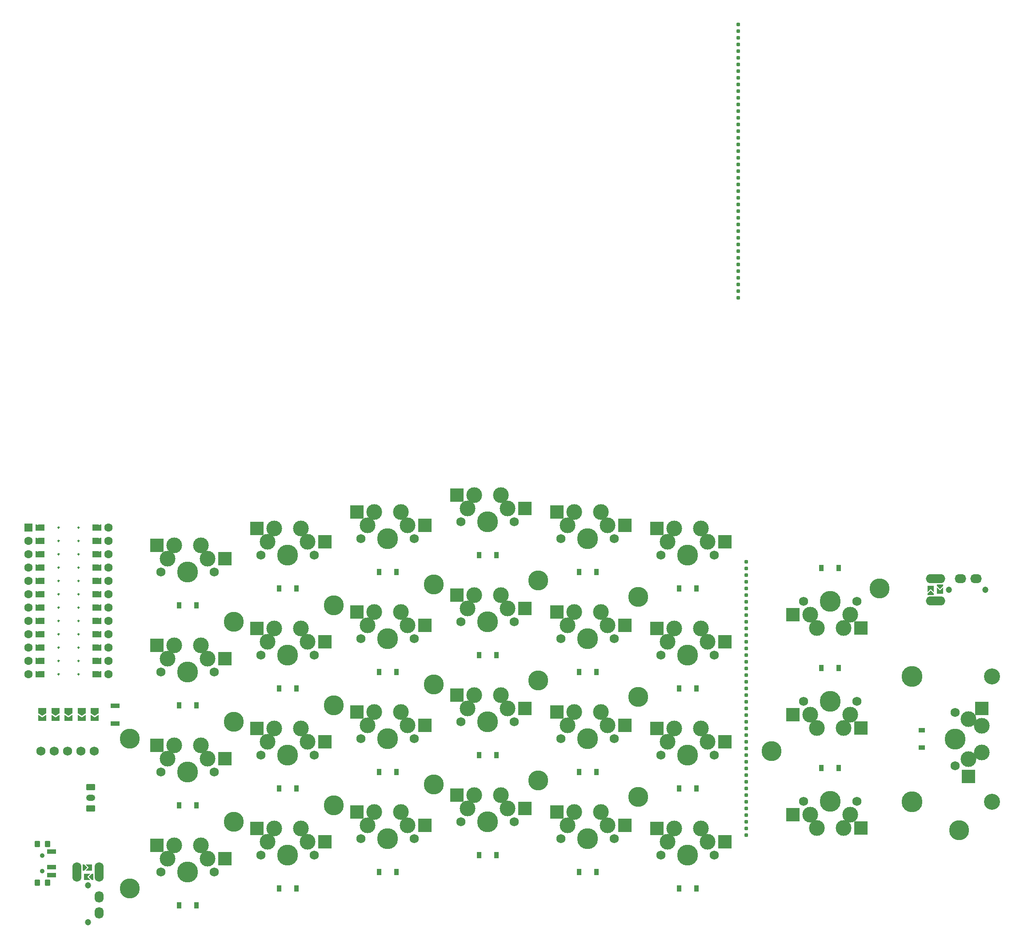
<source format=gbr>
%TF.GenerationSoftware,KiCad,Pcbnew,7.0.7*%
%TF.CreationDate,2024-02-04T16:52:20-05:00*%
%TF.ProjectId,garden,67617264-656e-42e6-9b69-6361645f7063,rev?*%
%TF.SameCoordinates,Original*%
%TF.FileFunction,Soldermask,Top*%
%TF.FilePolarity,Negative*%
%FSLAX46Y46*%
G04 Gerber Fmt 4.6, Leading zero omitted, Abs format (unit mm)*
G04 Created by KiCad (PCBNEW 7.0.7) date 2024-02-04 16:52:20*
%MOMM*%
%LPD*%
G01*
G04 APERTURE LIST*
G04 Aperture macros list*
%AMRoundRect*
0 Rectangle with rounded corners*
0 $1 Rounding radius*
0 $2 $3 $4 $5 $6 $7 $8 $9 X,Y pos of 4 corners*
0 Add a 4 corners polygon primitive as box body*
4,1,4,$2,$3,$4,$5,$6,$7,$8,$9,$2,$3,0*
0 Add four circle primitives for the rounded corners*
1,1,$1+$1,$2,$3*
1,1,$1+$1,$4,$5*
1,1,$1+$1,$6,$7*
1,1,$1+$1,$8,$9*
0 Add four rect primitives between the rounded corners*
20,1,$1+$1,$2,$3,$4,$5,0*
20,1,$1+$1,$4,$5,$6,$7,0*
20,1,$1+$1,$6,$7,$8,$9,0*
20,1,$1+$1,$8,$9,$2,$3,0*%
%AMFreePoly0*
4,1,6,0.600000,-0.200000,0.600000,-0.500000,-0.600000,-0.500000,-0.600000,-0.200000,0.000000,0.400000,0.600000,-0.200000,0.600000,-0.200000,$1*%
%AMFreePoly1*
4,1,6,0.600000,-1.000000,0.000000,-0.400000,-0.600000,-1.000000,-0.600000,0.250000,0.600000,0.250000,0.600000,-1.000000,0.600000,-1.000000,$1*%
%AMFreePoly2*
4,1,6,1.000000,0.000000,0.500000,-0.750000,-0.500000,-0.750000,-0.500000,0.750000,0.500000,0.750000,1.000000,0.000000,1.000000,0.000000,$1*%
%AMFreePoly3*
4,1,6,0.500000,-0.750000,-0.650000,-0.750000,-0.150000,0.000000,-0.650000,0.750000,0.500000,0.750000,0.500000,-0.750000,0.500000,-0.750000,$1*%
%AMFreePoly4*
4,1,6,0.600000,-0.200000,0.600000,-0.400000,-0.600000,-0.400000,-0.600000,-0.200000,0.000000,0.400000,0.600000,-0.200000,0.600000,-0.200000,$1*%
%AMFreePoly5*
4,1,6,0.600000,0.200000,0.000000,-0.400000,-0.600000,0.200000,-0.600000,0.500000,0.600000,0.500000,0.600000,0.200000,0.600000,0.200000,$1*%
%AMFreePoly6*
4,1,6,0.600000,-0.250000,-0.600000,-0.250000,-0.600000,1.000000,0.000000,0.400000,0.600000,1.000000,0.600000,-0.250000,0.600000,-0.250000,$1*%
G04 Aperture macros list end*
%ADD10C,0.250000*%
%ADD11C,0.100000*%
%ADD12C,0.787400*%
%ADD13C,2.600000*%
%ADD14C,3.800000*%
%ADD15C,1.750000*%
%ADD16C,3.000000*%
%ADD17C,3.987800*%
%ADD18R,0.900000X1.200000*%
%ADD19R,2.550000X2.500000*%
%ADD20O,1.700000X3.700000*%
%ADD21FreePoly0,270.000000*%
%ADD22C,1.200000*%
%ADD23FreePoly0,90.000000*%
%ADD24FreePoly1,270.000000*%
%ADD25FreePoly1,90.000000*%
%ADD26O,1.700000X2.200000*%
%ADD27R,1.200000X0.900000*%
%ADD28R,1.803400X0.812800*%
%ADD29FreePoly2,270.000000*%
%ADD30FreePoly3,270.000000*%
%ADD31C,3.048000*%
%ADD32R,2.500000X2.550000*%
%ADD33C,1.752600*%
%ADD34C,0.900000*%
%ADD35RoundRect,0.102000X0.750000X-0.350000X0.750000X0.350000X-0.750000X0.350000X-0.750000X-0.350000X0*%
%ADD36RoundRect,0.102000X0.400000X-0.500000X0.400000X0.500000X-0.400000X0.500000X-0.400000X-0.500000X0*%
%ADD37RoundRect,0.250000X0.625000X-0.350000X0.625000X0.350000X-0.625000X0.350000X-0.625000X-0.350000X0*%
%ADD38RoundRect,0.250000X-0.625000X0.350000X-0.625000X-0.350000X0.625000X-0.350000X0.625000X0.350000X0*%
%ADD39O,1.750000X1.200000*%
%ADD40C,1.600000*%
%ADD41FreePoly4,90.000000*%
%ADD42FreePoly4,270.000000*%
%ADD43R,1.600000X1.600000*%
%ADD44O,3.700000X1.700000*%
%ADD45FreePoly5,0.000000*%
%ADD46FreePoly5,180.000000*%
%ADD47FreePoly6,180.000000*%
%ADD48FreePoly6,0.000000*%
%ADD49O,2.200000X1.700000*%
G04 APERTURE END LIST*
D10*
%TO.C,U1*%
X30859250Y-41534179D02*
G75*
G03*
X30859250Y-41534179I-125000J0D01*
G01*
X27053250Y-41534179D02*
G75*
G03*
X27053250Y-41534179I-125000J0D01*
G01*
X30859250Y-44074179D02*
G75*
G03*
X30859250Y-44074179I-125000J0D01*
G01*
X27053250Y-44074179D02*
G75*
G03*
X27053250Y-44074179I-125000J0D01*
G01*
X30859250Y-46614179D02*
G75*
G03*
X30859250Y-46614179I-125000J0D01*
G01*
X27053250Y-46614179D02*
G75*
G03*
X27053250Y-46614179I-125000J0D01*
G01*
X30859250Y-49154179D02*
G75*
G03*
X30859250Y-49154179I-125000J0D01*
G01*
X27053250Y-49154179D02*
G75*
G03*
X27053250Y-49154179I-125000J0D01*
G01*
X30859250Y-51694179D02*
G75*
G03*
X30859250Y-51694179I-125000J0D01*
G01*
X27053250Y-51694179D02*
G75*
G03*
X27053250Y-51694179I-125000J0D01*
G01*
X30859250Y-54234179D02*
G75*
G03*
X30859250Y-54234179I-125000J0D01*
G01*
X27053250Y-54234179D02*
G75*
G03*
X27053250Y-54234179I-125000J0D01*
G01*
X30859250Y-56774179D02*
G75*
G03*
X30859250Y-56774179I-125000J0D01*
G01*
X27053250Y-56774179D02*
G75*
G03*
X27053250Y-56774179I-125000J0D01*
G01*
X30859250Y-59314179D02*
G75*
G03*
X30859250Y-59314179I-125000J0D01*
G01*
X27053250Y-59314179D02*
G75*
G03*
X27053250Y-59314179I-125000J0D01*
G01*
X30859250Y-61854179D02*
G75*
G03*
X30859250Y-61854179I-125000J0D01*
G01*
X27053250Y-61854179D02*
G75*
G03*
X27053250Y-61854179I-125000J0D01*
G01*
X30859250Y-64394179D02*
G75*
G03*
X30859250Y-64394179I-125000J0D01*
G01*
X27053250Y-64394179D02*
G75*
G03*
X27053250Y-64394179I-125000J0D01*
G01*
X30859250Y-66934179D02*
G75*
G03*
X30859250Y-66934179I-125000J0D01*
G01*
X27053250Y-66934179D02*
G75*
G03*
X27053250Y-66934179I-125000J0D01*
G01*
X30859250Y-69474179D02*
G75*
G03*
X30859250Y-69474179I-125000J0D01*
G01*
X27053250Y-69474179D02*
G75*
G03*
X27053250Y-69474179I-125000J0D01*
G01*
D11*
X34927250Y-42042179D02*
X33911250Y-42042179D01*
X33911250Y-41026179D01*
X34927250Y-41026179D01*
X34927250Y-42042179D01*
G36*
X34927250Y-42042179D02*
G01*
X33911250Y-42042179D01*
X33911250Y-41026179D01*
X34927250Y-41026179D01*
X34927250Y-42042179D01*
G37*
X23751250Y-42042179D02*
X22735250Y-42042179D01*
X22735250Y-41026179D01*
X23751250Y-41026179D01*
X23751250Y-42042179D01*
G36*
X23751250Y-42042179D02*
G01*
X22735250Y-42042179D01*
X22735250Y-41026179D01*
X23751250Y-41026179D01*
X23751250Y-42042179D01*
G37*
X34927250Y-44582179D02*
X33911250Y-44582179D01*
X33911250Y-43566179D01*
X34927250Y-43566179D01*
X34927250Y-44582179D01*
G36*
X34927250Y-44582179D02*
G01*
X33911250Y-44582179D01*
X33911250Y-43566179D01*
X34927250Y-43566179D01*
X34927250Y-44582179D01*
G37*
X23751250Y-44582179D02*
X22735250Y-44582179D01*
X22735250Y-43566179D01*
X23751250Y-43566179D01*
X23751250Y-44582179D01*
G36*
X23751250Y-44582179D02*
G01*
X22735250Y-44582179D01*
X22735250Y-43566179D01*
X23751250Y-43566179D01*
X23751250Y-44582179D01*
G37*
X34927250Y-47122179D02*
X33911250Y-47122179D01*
X33911250Y-46106179D01*
X34927250Y-46106179D01*
X34927250Y-47122179D01*
G36*
X34927250Y-47122179D02*
G01*
X33911250Y-47122179D01*
X33911250Y-46106179D01*
X34927250Y-46106179D01*
X34927250Y-47122179D01*
G37*
X23751250Y-47122179D02*
X22735250Y-47122179D01*
X22735250Y-46106179D01*
X23751250Y-46106179D01*
X23751250Y-47122179D01*
G36*
X23751250Y-47122179D02*
G01*
X22735250Y-47122179D01*
X22735250Y-46106179D01*
X23751250Y-46106179D01*
X23751250Y-47122179D01*
G37*
X34927250Y-49662179D02*
X33911250Y-49662179D01*
X33911250Y-48646179D01*
X34927250Y-48646179D01*
X34927250Y-49662179D01*
G36*
X34927250Y-49662179D02*
G01*
X33911250Y-49662179D01*
X33911250Y-48646179D01*
X34927250Y-48646179D01*
X34927250Y-49662179D01*
G37*
X23751250Y-49662179D02*
X22735250Y-49662179D01*
X22735250Y-48646179D01*
X23751250Y-48646179D01*
X23751250Y-49662179D01*
G36*
X23751250Y-49662179D02*
G01*
X22735250Y-49662179D01*
X22735250Y-48646179D01*
X23751250Y-48646179D01*
X23751250Y-49662179D01*
G37*
X34927250Y-52202179D02*
X33911250Y-52202179D01*
X33911250Y-51186179D01*
X34927250Y-51186179D01*
X34927250Y-52202179D01*
G36*
X34927250Y-52202179D02*
G01*
X33911250Y-52202179D01*
X33911250Y-51186179D01*
X34927250Y-51186179D01*
X34927250Y-52202179D01*
G37*
X23751250Y-52202179D02*
X22735250Y-52202179D01*
X22735250Y-51186179D01*
X23751250Y-51186179D01*
X23751250Y-52202179D01*
G36*
X23751250Y-52202179D02*
G01*
X22735250Y-52202179D01*
X22735250Y-51186179D01*
X23751250Y-51186179D01*
X23751250Y-52202179D01*
G37*
X34927250Y-54742179D02*
X33911250Y-54742179D01*
X33911250Y-53726179D01*
X34927250Y-53726179D01*
X34927250Y-54742179D01*
G36*
X34927250Y-54742179D02*
G01*
X33911250Y-54742179D01*
X33911250Y-53726179D01*
X34927250Y-53726179D01*
X34927250Y-54742179D01*
G37*
X23751250Y-54742179D02*
X22735250Y-54742179D01*
X22735250Y-53726179D01*
X23751250Y-53726179D01*
X23751250Y-54742179D01*
G36*
X23751250Y-54742179D02*
G01*
X22735250Y-54742179D01*
X22735250Y-53726179D01*
X23751250Y-53726179D01*
X23751250Y-54742179D01*
G37*
X34927250Y-57282179D02*
X33911250Y-57282179D01*
X33911250Y-56266179D01*
X34927250Y-56266179D01*
X34927250Y-57282179D01*
G36*
X34927250Y-57282179D02*
G01*
X33911250Y-57282179D01*
X33911250Y-56266179D01*
X34927250Y-56266179D01*
X34927250Y-57282179D01*
G37*
X23751250Y-57282179D02*
X22735250Y-57282179D01*
X22735250Y-56266179D01*
X23751250Y-56266179D01*
X23751250Y-57282179D01*
G36*
X23751250Y-57282179D02*
G01*
X22735250Y-57282179D01*
X22735250Y-56266179D01*
X23751250Y-56266179D01*
X23751250Y-57282179D01*
G37*
X34927250Y-59822179D02*
X33911250Y-59822179D01*
X33911250Y-58806179D01*
X34927250Y-58806179D01*
X34927250Y-59822179D01*
G36*
X34927250Y-59822179D02*
G01*
X33911250Y-59822179D01*
X33911250Y-58806179D01*
X34927250Y-58806179D01*
X34927250Y-59822179D01*
G37*
X23751250Y-59822179D02*
X22735250Y-59822179D01*
X22735250Y-58806179D01*
X23751250Y-58806179D01*
X23751250Y-59822179D01*
G36*
X23751250Y-59822179D02*
G01*
X22735250Y-59822179D01*
X22735250Y-58806179D01*
X23751250Y-58806179D01*
X23751250Y-59822179D01*
G37*
X34927250Y-62362179D02*
X33911250Y-62362179D01*
X33911250Y-61346179D01*
X34927250Y-61346179D01*
X34927250Y-62362179D01*
G36*
X34927250Y-62362179D02*
G01*
X33911250Y-62362179D01*
X33911250Y-61346179D01*
X34927250Y-61346179D01*
X34927250Y-62362179D01*
G37*
X23751250Y-62362179D02*
X22735250Y-62362179D01*
X22735250Y-61346179D01*
X23751250Y-61346179D01*
X23751250Y-62362179D01*
G36*
X23751250Y-62362179D02*
G01*
X22735250Y-62362179D01*
X22735250Y-61346179D01*
X23751250Y-61346179D01*
X23751250Y-62362179D01*
G37*
X34927250Y-64902179D02*
X33911250Y-64902179D01*
X33911250Y-63886179D01*
X34927250Y-63886179D01*
X34927250Y-64902179D01*
G36*
X34927250Y-64902179D02*
G01*
X33911250Y-64902179D01*
X33911250Y-63886179D01*
X34927250Y-63886179D01*
X34927250Y-64902179D01*
G37*
X23751250Y-64902179D02*
X22735250Y-64902179D01*
X22735250Y-63886179D01*
X23751250Y-63886179D01*
X23751250Y-64902179D01*
G36*
X23751250Y-64902179D02*
G01*
X22735250Y-64902179D01*
X22735250Y-63886179D01*
X23751250Y-63886179D01*
X23751250Y-64902179D01*
G37*
X34927250Y-67442179D02*
X33911250Y-67442179D01*
X33911250Y-66426179D01*
X34927250Y-66426179D01*
X34927250Y-67442179D01*
G36*
X34927250Y-67442179D02*
G01*
X33911250Y-67442179D01*
X33911250Y-66426179D01*
X34927250Y-66426179D01*
X34927250Y-67442179D01*
G37*
X23751250Y-67442179D02*
X22735250Y-67442179D01*
X22735250Y-66426179D01*
X23751250Y-66426179D01*
X23751250Y-67442179D01*
G36*
X23751250Y-67442179D02*
G01*
X22735250Y-67442179D01*
X22735250Y-66426179D01*
X23751250Y-66426179D01*
X23751250Y-67442179D01*
G37*
X34927250Y-69982179D02*
X33911250Y-69982179D01*
X33911250Y-68966179D01*
X34927250Y-68966179D01*
X34927250Y-69982179D01*
G36*
X34927250Y-69982179D02*
G01*
X33911250Y-69982179D01*
X33911250Y-68966179D01*
X34927250Y-68966179D01*
X34927250Y-69982179D01*
G37*
X23751250Y-69982179D02*
X22735250Y-69982179D01*
X22735250Y-68966179D01*
X23751250Y-68966179D01*
X23751250Y-69982179D01*
G36*
X23751250Y-69982179D02*
G01*
X22735250Y-69982179D01*
X22735250Y-68966179D01*
X23751250Y-68966179D01*
X23751250Y-69982179D01*
G37*
%TD*%
D12*
%TO.C,REF\u002A\u002A*%
X156368750Y8572500D03*
X156368750Y9842500D03*
X156368750Y11112500D03*
X156368750Y12382500D03*
X156368750Y13652500D03*
%TD*%
%TO.C,REF\u002A\u002A*%
X156368750Y46672500D03*
X156368750Y47942500D03*
X156368750Y49212500D03*
X156368750Y50482500D03*
X156368750Y51752500D03*
%TD*%
%TO.C,REF\u002A\u002A*%
X156368750Y40322500D03*
X156368750Y41592500D03*
X156368750Y42862500D03*
X156368750Y44132500D03*
X156368750Y45402500D03*
%TD*%
%TO.C,REF\u002A\u002A*%
X156368750Y33972500D03*
X156368750Y35242500D03*
X156368750Y36512500D03*
X156368750Y37782500D03*
X156368750Y39052500D03*
%TD*%
%TO.C,REF\u002A\u002A*%
X156368750Y14922500D03*
X156368750Y16192500D03*
X156368750Y17462500D03*
X156368750Y18732500D03*
X156368750Y20002500D03*
%TD*%
%TO.C,REF\u002A\u002A*%
X156368750Y21272500D03*
X156368750Y22542500D03*
X156368750Y23812500D03*
X156368750Y25082500D03*
X156368750Y26352500D03*
%TD*%
%TO.C,REF\u002A\u002A*%
X156368750Y2222500D03*
X156368750Y3492500D03*
X156368750Y4762500D03*
X156368750Y6032500D03*
X156368750Y7302500D03*
%TD*%
%TO.C,REF\u002A\u002A*%
X156368750Y53022500D03*
X156368750Y54292500D03*
%TD*%
%TO.C,REF\u002A\u002A*%
X156368750Y27622500D03*
X156368750Y28892500D03*
X156368750Y30162500D03*
X156368750Y31432500D03*
X156368750Y32702500D03*
%TD*%
D13*
%TO.C,REF\u002A\u002A*%
X162718750Y-84137500D03*
D14*
X162718750Y-84137500D03*
%TD*%
D12*
%TO.C,REF\u002A\u002A*%
X157956250Y-88741250D03*
X157956250Y-90011250D03*
X157956250Y-91281250D03*
X157956250Y-92551250D03*
X157956250Y-93821250D03*
%TD*%
D15*
%TO.C,MX15*%
X103601250Y-78581250D03*
D16*
X104871250Y-76041250D03*
D17*
X108681250Y-78581250D03*
D16*
X111221250Y-73501250D03*
D15*
X113761250Y-78581250D03*
%TD*%
D18*
%TO.C,D28*%
X175543750Y-49276004D03*
X172243750Y-49276004D03*
%TD*%
%TO.C,D3*%
X49881250Y-94456250D03*
X53181250Y-94456250D03*
%TD*%
D13*
%TO.C,REF\u002A\u002A*%
X118268750Y-89693750D03*
D14*
X118268750Y-89693750D03*
%TD*%
D15*
%TO.C,MX4*%
X46451250Y-107156250D03*
D16*
X47721250Y-104616250D03*
D17*
X51531250Y-107156250D03*
D16*
X54071250Y-102076250D03*
D15*
X56611250Y-107156250D03*
%TD*%
D18*
%TO.C,D13*%
X107031250Y-46831250D03*
X110331250Y-46831250D03*
%TD*%
D13*
%TO.C,REF\u002A\u002A*%
X60325000Y-78581250D03*
D14*
X60325000Y-78581250D03*
%TD*%
D12*
%TO.C,REF\u002A\u002A*%
X157956250Y-50641250D03*
X157956250Y-51911250D03*
X157956250Y-53181250D03*
X157956250Y-54451250D03*
X157956250Y-55721250D03*
%TD*%
D18*
%TO.C,D27*%
X175543750Y-68326004D03*
X172243750Y-68326004D03*
%TD*%
D13*
%TO.C,REF\u002A\u002A*%
X40481250Y-81756250D03*
D14*
X40481250Y-81756250D03*
%TD*%
D13*
%TO.C,REF\u002A\u002A*%
X137318750Y-92868750D03*
D14*
X137318750Y-92868750D03*
%TD*%
D12*
%TO.C,REF\u002A\u002A*%
X157956250Y-56991250D03*
X157956250Y-58261250D03*
X157956250Y-59531250D03*
X157956250Y-60801250D03*
X157956250Y-62071250D03*
%TD*%
D18*
%TO.C,D14*%
X107031250Y-65881250D03*
X110331250Y-65881250D03*
%TD*%
%TO.C,D6*%
X68931250Y-72231250D03*
X72231250Y-72231250D03*
%TD*%
D13*
%TO.C,REF\u002A\u002A*%
X79375000Y-94456250D03*
D14*
X79375000Y-94456250D03*
%TD*%
D13*
%TO.C,REF\u002A\u002A*%
X98425000Y-90487500D03*
D14*
X98425000Y-90487500D03*
%TD*%
D13*
%TO.C,REF\u002A\u002A*%
X79375000Y-75406250D03*
D14*
X79375000Y-75406250D03*
%TD*%
D12*
%TO.C,REF\u002A\u002A*%
X157956250Y-63341250D03*
X157956250Y-64611250D03*
X157956250Y-65881250D03*
X157956250Y-67151250D03*
X157956250Y-68421250D03*
%TD*%
D18*
%TO.C,D17*%
X126081250Y-50006250D03*
X129381250Y-50006250D03*
%TD*%
D13*
%TO.C,REF\u002A\u002A*%
X137318750Y-73818750D03*
D14*
X137318750Y-73818750D03*
%TD*%
D18*
%TO.C,D24*%
X145131250Y-110331250D03*
X148431250Y-110331250D03*
%TD*%
D15*
%TO.C,MX15*%
X113761250Y-78581250D03*
D16*
X112491250Y-76041250D03*
D17*
X108681250Y-78581250D03*
D16*
X106141250Y-73501250D03*
D15*
X103601250Y-78581250D03*
D19*
X115766250Y-76041250D03*
X102839250Y-73501250D03*
%TD*%
D15*
%TO.C,MX17*%
X132811250Y-43656250D03*
D16*
X131541250Y-41116250D03*
D17*
X127731250Y-43656250D03*
D16*
X125191250Y-38576250D03*
D15*
X122651250Y-43656250D03*
D19*
X134816250Y-41116250D03*
X121889250Y-38576250D03*
%TD*%
D15*
%TO.C,MX9*%
X94711250Y-43656250D03*
D16*
X93441250Y-41116250D03*
D17*
X89631250Y-43656250D03*
D16*
X87091250Y-38576250D03*
D15*
X84551250Y-43656250D03*
D19*
X96716250Y-41116250D03*
X83789250Y-38576250D03*
%TD*%
D15*
%TO.C,MX21*%
X151861250Y-46831250D03*
D16*
X150591250Y-44291250D03*
D17*
X146781250Y-46831250D03*
D16*
X144241250Y-41751250D03*
D15*
X141701250Y-46831250D03*
D19*
X153866250Y-44291250D03*
X140939250Y-41751250D03*
%TD*%
D15*
%TO.C,MX20*%
X132811250Y-100806250D03*
D16*
X131541250Y-98266250D03*
D17*
X127731250Y-100806250D03*
D16*
X125191250Y-95726250D03*
D15*
X122651250Y-100806250D03*
D19*
X134816250Y-98266250D03*
X121889250Y-95726250D03*
%TD*%
D15*
%TO.C,MX8*%
X75661250Y-103981250D03*
D16*
X74391250Y-101441250D03*
D17*
X70581250Y-103981250D03*
D16*
X68041250Y-98901250D03*
D15*
X65501250Y-103981250D03*
D19*
X77666250Y-101441250D03*
X64739250Y-98901250D03*
%TD*%
D20*
%TO.C,U2*%
X30443750Y-107193750D03*
D21*
X32035750Y-106305750D03*
D22*
X32543750Y-109743750D03*
X32543750Y-109743750D03*
X32543750Y-116743750D03*
X32543750Y-116743750D03*
D23*
X33051750Y-108083750D03*
D20*
X34643750Y-107193750D03*
D24*
X33051750Y-106305750D03*
D25*
X32035750Y-108083750D03*
D26*
X34643750Y-111943750D03*
X34643750Y-114943750D03*
%TD*%
D18*
%TO.C,D21*%
X145131250Y-53181250D03*
X148431250Y-53181250D03*
%TD*%
D15*
%TO.C,MX1*%
X46451250Y-50006250D03*
D16*
X47721250Y-47466250D03*
D17*
X51531250Y-50006250D03*
D16*
X54071250Y-44926250D03*
D15*
X56611250Y-50006250D03*
%TD*%
D13*
%TO.C,REF\u002A\u002A*%
X60325000Y-59531250D03*
D14*
X60325000Y-59531250D03*
%TD*%
D13*
%TO.C,REF\u002A\u002A*%
X198437500Y-99218750D03*
D14*
X198437500Y-99218750D03*
%TD*%
D27*
%TO.C,D25*%
X191376729Y-80190229D03*
X191376729Y-83490229D03*
%TD*%
D15*
%TO.C,MX23*%
X141701250Y-84931250D03*
D16*
X142971250Y-82391250D03*
D17*
X146781250Y-84931250D03*
D16*
X149321250Y-79851250D03*
D15*
X151861250Y-84931250D03*
%TD*%
D18*
%TO.C,D2*%
X49881250Y-75406250D03*
X53181250Y-75406250D03*
%TD*%
%TO.C,D5*%
X68931250Y-53181250D03*
X72231250Y-53181250D03*
%TD*%
D15*
%TO.C,MX27*%
X178973750Y-74676004D03*
X178973750Y-74676004D03*
D16*
X177703750Y-77216004D03*
X176433750Y-79756004D03*
D17*
X173893750Y-74676004D03*
X173893750Y-74676004D03*
D16*
X171353750Y-79756004D03*
X170083750Y-77216004D03*
D15*
X168813750Y-74676004D03*
X168813750Y-74676004D03*
D19*
X166808750Y-77216004D03*
X179735750Y-79756004D03*
%TD*%
D15*
%TO.C,MX22*%
X141701250Y-65881250D03*
D16*
X142971250Y-63341250D03*
D17*
X146781250Y-65881250D03*
D16*
X149321250Y-60801250D03*
D15*
X151861250Y-65881250D03*
%TD*%
%TO.C,MX28*%
X178973750Y-55626004D03*
X178973750Y-55626004D03*
D16*
X177703750Y-58166004D03*
X176433750Y-60706004D03*
D17*
X173893750Y-55626004D03*
X173893750Y-55626004D03*
D16*
X171353750Y-60706004D03*
X170083750Y-58166004D03*
D15*
X168813750Y-55626004D03*
X168813750Y-55626004D03*
D19*
X166808750Y-58166004D03*
X179735750Y-60706004D03*
%TD*%
D15*
%TO.C,MX8*%
X65501250Y-103981250D03*
D16*
X66771250Y-101441250D03*
D17*
X70581250Y-103981250D03*
D16*
X73121250Y-98901250D03*
D15*
X75661250Y-103981250D03*
%TD*%
D18*
%TO.C,D18*%
X126081250Y-69056250D03*
X129381250Y-69056250D03*
%TD*%
D15*
%TO.C,MX16*%
X103601250Y-97631250D03*
D16*
X104871250Y-95091250D03*
D17*
X108681250Y-97631250D03*
D16*
X111221250Y-92551250D03*
D15*
X113761250Y-97631250D03*
%TD*%
D13*
%TO.C,REF\u002A\u002A*%
X137318750Y-54768750D03*
D14*
X137318750Y-54768750D03*
%TD*%
D18*
%TO.C,D26*%
X175543750Y-87376004D03*
X172243750Y-87376004D03*
%TD*%
D12*
%TO.C,REF\u002A\u002A*%
X157956250Y-82391250D03*
X157956250Y-83661250D03*
X157956250Y-84931250D03*
X157956250Y-86201250D03*
X157956250Y-87471250D03*
%TD*%
D13*
%TO.C,REF\u002A\u002A*%
X98425000Y-52387500D03*
D14*
X98425000Y-52387500D03*
%TD*%
D18*
%TO.C,D12*%
X87981250Y-107156250D03*
X91281250Y-107156250D03*
%TD*%
D28*
%TO.C,SW0*%
X37677250Y-75519800D03*
X37677250Y-78919804D03*
%TD*%
D15*
%TO.C,MX11*%
X84551250Y-81756250D03*
D16*
X85821250Y-79216250D03*
D17*
X89631250Y-81756250D03*
D16*
X92171250Y-76676250D03*
D15*
X94711250Y-81756250D03*
%TD*%
D13*
%TO.C,REF\u002A\u002A*%
X183356250Y-53181250D03*
D14*
X183356250Y-53181250D03*
%TD*%
D18*
%TO.C,D11*%
X87981250Y-88106250D03*
X91281250Y-88106250D03*
%TD*%
D15*
%TO.C,MX18*%
X122651250Y-62706250D03*
D16*
X123921250Y-60166250D03*
D17*
X127731250Y-62706250D03*
D16*
X130271250Y-57626250D03*
D15*
X132811250Y-62706250D03*
%TD*%
D18*
%TO.C,D20*%
X126081250Y-107156250D03*
X129381250Y-107156250D03*
%TD*%
D15*
%TO.C,MX26*%
X178973750Y-93726004D03*
X178973750Y-93726004D03*
D16*
X177703750Y-96266004D03*
X176433750Y-98806004D03*
D17*
X173893750Y-93726004D03*
X173893750Y-93726004D03*
D16*
X171353750Y-98806004D03*
X170083750Y-96266004D03*
D15*
X168813750Y-93726004D03*
X168813750Y-93726004D03*
D19*
X166808750Y-96266004D03*
X179735750Y-98806004D03*
%TD*%
D15*
%TO.C,MX9*%
X84551250Y-43656250D03*
D16*
X85821250Y-41116250D03*
D17*
X89631250Y-43656250D03*
D16*
X92171250Y-38576250D03*
D15*
X94711250Y-43656250D03*
%TD*%
D18*
%TO.C,D4*%
X49881250Y-113506250D03*
X53181250Y-113506250D03*
%TD*%
D15*
%TO.C,MX3*%
X46451250Y-88106250D03*
D16*
X47721250Y-85566250D03*
D17*
X51531250Y-88106250D03*
D16*
X54071250Y-83026250D03*
D15*
X56611250Y-88106250D03*
%TD*%
D18*
%TO.C,D19*%
X126081250Y-88106250D03*
X129381250Y-88106250D03*
%TD*%
%TO.C,D23*%
X145131250Y-91281250D03*
X148431250Y-91281250D03*
%TD*%
D13*
%TO.C,REF\u002A\u002A*%
X60325000Y-97631250D03*
D14*
X60325000Y-97631250D03*
%TD*%
D29*
%TO.C,J1*%
X33831250Y-76428000D03*
X31331250Y-76428000D03*
X28831250Y-76428000D03*
X26331250Y-76428000D03*
X23831250Y-76428000D03*
D30*
X33831250Y-77878000D03*
X31331250Y-77878000D03*
X28831250Y-77878000D03*
X26331250Y-77878000D03*
X23831250Y-77878000D03*
%TD*%
D18*
%TO.C,D16*%
X107031250Y-103981250D03*
X110331250Y-103981250D03*
%TD*%
D31*
%TO.C,MX25*%
X204711729Y-69902229D03*
D17*
X189471729Y-69902229D03*
D15*
X197726729Y-76760229D03*
D16*
X200266729Y-78030229D03*
X202806729Y-79300229D03*
D17*
X197726729Y-81840229D03*
D16*
X202806729Y-84380229D03*
X200266729Y-85650229D03*
D15*
X197726729Y-86920229D03*
D31*
X204711729Y-93778229D03*
D17*
X189471729Y-93778229D03*
D32*
X200266729Y-88925229D03*
X202806729Y-75998229D03*
%TD*%
D12*
%TO.C,REF\u002A\u002A*%
X157956250Y-76041250D03*
X157956250Y-77311250D03*
X157956250Y-78581250D03*
X157956250Y-79851250D03*
X157956250Y-81121250D03*
%TD*%
D15*
%TO.C,MX10*%
X84551250Y-62706250D03*
D16*
X85821250Y-60166250D03*
D17*
X89631250Y-62706250D03*
D16*
X92171250Y-57626250D03*
D15*
X94711250Y-62706250D03*
%TD*%
D18*
%TO.C,D7*%
X68931250Y-91281250D03*
X72231250Y-91281250D03*
%TD*%
%TO.C,D1*%
X49881250Y-56356250D03*
X53181250Y-56356250D03*
%TD*%
%TO.C,D10*%
X87981250Y-69056250D03*
X91281250Y-69056250D03*
%TD*%
%TO.C,D15*%
X107031250Y-84931250D03*
X110331250Y-84931250D03*
%TD*%
D13*
%TO.C,REF\u002A\u002A*%
X98425000Y-71437500D03*
D14*
X98425000Y-71437500D03*
%TD*%
D15*
%TO.C,MX18*%
X132811250Y-62706250D03*
D16*
X131541250Y-60166250D03*
D17*
X127731250Y-62706250D03*
D16*
X125191250Y-57626250D03*
D15*
X122651250Y-62706250D03*
D19*
X134816250Y-60166250D03*
X121889250Y-57626250D03*
%TD*%
D33*
%TO.C,Display1*%
X23591250Y-84137500D03*
X26131250Y-84137500D03*
X28671250Y-84137500D03*
X31211250Y-84137500D03*
X33751250Y-84137500D03*
%TD*%
D34*
%TO.C,SW1*%
X23821000Y-107010429D03*
X23821000Y-107010429D03*
X23821000Y-104010429D03*
X23821000Y-104010429D03*
D35*
X25571000Y-103260429D03*
X25571000Y-106260429D03*
X25571000Y-107760429D03*
D36*
X24786000Y-101860429D03*
X22856000Y-101860429D03*
X22856000Y-109160429D03*
X24786000Y-109160429D03*
%TD*%
D37*
%TO.C,J2*%
X32997000Y-95029250D03*
D38*
X32997000Y-95029250D03*
D37*
X32997000Y-91029250D03*
D38*
X32997000Y-91029250D03*
D39*
X32997000Y-93029250D03*
X32997000Y-93029250D03*
X32997000Y-93029250D03*
X32997000Y-93029250D03*
%TD*%
D15*
%TO.C,MX2*%
X56611250Y-69056250D03*
D16*
X55341250Y-66516250D03*
D17*
X51531250Y-69056250D03*
D16*
X48991250Y-63976250D03*
D15*
X46451250Y-69056250D03*
D19*
X58616250Y-66516250D03*
X45689250Y-63976250D03*
%TD*%
D15*
%TO.C,MX16*%
X113761250Y-97631250D03*
D16*
X112491250Y-95091250D03*
D17*
X108681250Y-97631250D03*
D16*
X106141250Y-92551250D03*
D15*
X103601250Y-97631250D03*
D19*
X115766250Y-95091250D03*
X102839250Y-92551250D03*
%TD*%
D15*
%TO.C,MX1*%
X56611250Y-50006250D03*
D16*
X55341250Y-47466250D03*
D17*
X51531250Y-50006250D03*
D16*
X48991250Y-44926250D03*
D15*
X46451250Y-50006250D03*
D19*
X58616250Y-47466250D03*
X45689250Y-44926250D03*
%TD*%
D15*
%TO.C,MX7*%
X75661250Y-84931250D03*
D16*
X74391250Y-82391250D03*
D17*
X70581250Y-84931250D03*
D16*
X68041250Y-79851250D03*
D15*
X65501250Y-84931250D03*
D19*
X77666250Y-82391250D03*
X64739250Y-79851250D03*
%TD*%
D15*
%TO.C,MX5*%
X75661250Y-46831250D03*
D16*
X74391250Y-44291250D03*
D17*
X70581250Y-46831250D03*
D16*
X68041250Y-41751250D03*
D15*
X65501250Y-46831250D03*
D19*
X77666250Y-44291250D03*
X64739250Y-41751250D03*
%TD*%
D15*
%TO.C,MX13*%
X113761250Y-40481250D03*
D16*
X112491250Y-37941250D03*
D17*
X108681250Y-40481250D03*
D16*
X106141250Y-35401250D03*
D15*
X103601250Y-40481250D03*
D19*
X115766250Y-37941250D03*
X102839250Y-35401250D03*
%TD*%
D15*
%TO.C,MX3*%
X56611250Y-88106250D03*
D16*
X55341250Y-85566250D03*
D17*
X51531250Y-88106250D03*
D16*
X48991250Y-83026250D03*
D15*
X46451250Y-88106250D03*
D19*
X58616250Y-85566250D03*
X45689250Y-83026250D03*
%TD*%
D15*
%TO.C,MX6*%
X75661250Y-65881250D03*
D16*
X74391250Y-63341250D03*
D17*
X70581250Y-65881250D03*
D16*
X68041250Y-60801250D03*
D15*
X65501250Y-65881250D03*
D19*
X77666250Y-63341250D03*
X64739250Y-60801250D03*
%TD*%
D40*
%TO.C,U1*%
X36451250Y-41534179D03*
D41*
X34673250Y-41534179D03*
D42*
X22989250Y-41534179D03*
D40*
X21211250Y-41534179D03*
D43*
X21211250Y-41534179D03*
D40*
X36451250Y-44074179D03*
D41*
X34673250Y-44074179D03*
D42*
X22989250Y-44074179D03*
D40*
X21211250Y-44074179D03*
X36451250Y-46614179D03*
D41*
X34673250Y-46614179D03*
D42*
X22989250Y-46614179D03*
D40*
X21211250Y-46614179D03*
X36451250Y-49154179D03*
D41*
X34673250Y-49154179D03*
D42*
X22989250Y-49154179D03*
D40*
X21211250Y-49154179D03*
X36451250Y-51694179D03*
D41*
X34673250Y-51694179D03*
D42*
X22989250Y-51694179D03*
D40*
X21211250Y-51694179D03*
X36451250Y-54234179D03*
D41*
X34673250Y-54234179D03*
D42*
X22989250Y-54234179D03*
D40*
X21211250Y-54234179D03*
X36451250Y-56774179D03*
D41*
X34673250Y-56774179D03*
D42*
X22989250Y-56774179D03*
D40*
X21211250Y-56774179D03*
X36451250Y-59314179D03*
D41*
X34673250Y-59314179D03*
D42*
X22989250Y-59314179D03*
D40*
X21211250Y-59314179D03*
X36451250Y-61854179D03*
D41*
X34673250Y-61854179D03*
D42*
X22989250Y-61854179D03*
D40*
X21211250Y-61854179D03*
X36451250Y-64394179D03*
D41*
X34673250Y-64394179D03*
D42*
X22989250Y-64394179D03*
D40*
X21211250Y-64394179D03*
X36451250Y-66934179D03*
D41*
X34673250Y-66934179D03*
D42*
X22989250Y-66934179D03*
D40*
X21211250Y-66934179D03*
X36451250Y-69474179D03*
D41*
X34673250Y-69474179D03*
D42*
X22989250Y-69474179D03*
D40*
X21211250Y-69474179D03*
D25*
X33657250Y-41534179D03*
X33657250Y-44074179D03*
X33657250Y-46614179D03*
X33657250Y-49154179D03*
X33657250Y-51694179D03*
X33657250Y-54234179D03*
X33657250Y-56774179D03*
X33657250Y-59314179D03*
X33657250Y-61854179D03*
X33657250Y-64394179D03*
X33657250Y-66934179D03*
X33657250Y-69474179D03*
D24*
X24005250Y-69474179D03*
X24005250Y-66934179D03*
X24005250Y-64394179D03*
X24005250Y-61854179D03*
X24005250Y-59314179D03*
X24005250Y-56774179D03*
X24005250Y-54234179D03*
X24005250Y-51694179D03*
X24005250Y-49154179D03*
X24005250Y-46614179D03*
X24005250Y-44074179D03*
X24005250Y-41534179D03*
%TD*%
D15*
%TO.C,MX4*%
X56611250Y-107156250D03*
D16*
X55341250Y-104616250D03*
D17*
X51531250Y-107156250D03*
D16*
X48991250Y-102076250D03*
D15*
X46451250Y-107156250D03*
D19*
X58616250Y-104616250D03*
X45689250Y-102076250D03*
%TD*%
D15*
%TO.C,MX12*%
X94711250Y-100806250D03*
D16*
X93441250Y-98266250D03*
D17*
X89631250Y-100806250D03*
D16*
X87091250Y-95726250D03*
D15*
X84551250Y-100806250D03*
D19*
X96716250Y-98266250D03*
X83789250Y-95726250D03*
%TD*%
D15*
%TO.C,MX14*%
X113761250Y-59531250D03*
D16*
X112491250Y-56991250D03*
D17*
X108681250Y-59531250D03*
D16*
X106141250Y-54451250D03*
D15*
X103601250Y-59531250D03*
D19*
X115766250Y-56991250D03*
X102839250Y-54451250D03*
%TD*%
D15*
%TO.C,MX22*%
X151861250Y-65881250D03*
D16*
X150591250Y-63341250D03*
D17*
X146781250Y-65881250D03*
D16*
X144241250Y-60801250D03*
D15*
X141701250Y-65881250D03*
D19*
X153866250Y-63341250D03*
X140939250Y-60801250D03*
%TD*%
D15*
%TO.C,MX11*%
X94711250Y-81756250D03*
D16*
X93441250Y-79216250D03*
D17*
X89631250Y-81756250D03*
D16*
X87091250Y-76676250D03*
D15*
X84551250Y-81756250D03*
D19*
X96716250Y-79216250D03*
X83789250Y-76676250D03*
%TD*%
D15*
%TO.C,MX19*%
X132811250Y-81756250D03*
D16*
X131541250Y-79216250D03*
D17*
X127731250Y-81756250D03*
D16*
X125191250Y-76676250D03*
D15*
X122651250Y-81756250D03*
D19*
X134816250Y-79216250D03*
X121889250Y-76676250D03*
%TD*%
D15*
%TO.C,MX23*%
X151861250Y-84931250D03*
D16*
X150591250Y-82391250D03*
D17*
X146781250Y-84931250D03*
D16*
X144241250Y-79851250D03*
D15*
X141701250Y-84931250D03*
D19*
X153866250Y-82391250D03*
X140939250Y-79851250D03*
%TD*%
D15*
%TO.C,MX10*%
X94711250Y-62706250D03*
D16*
X93441250Y-60166250D03*
D17*
X89631250Y-62706250D03*
D16*
X87091250Y-57626250D03*
D15*
X84551250Y-62706250D03*
D19*
X96716250Y-60166250D03*
X83789250Y-57626250D03*
%TD*%
D15*
%TO.C,MX21*%
X141701250Y-46831250D03*
D16*
X142971250Y-44291250D03*
D17*
X146781250Y-46831250D03*
D16*
X149321250Y-41751250D03*
D15*
X151861250Y-46831250D03*
%TD*%
%TO.C,MX2*%
X46451250Y-69056250D03*
D16*
X47721250Y-66516250D03*
D17*
X51531250Y-69056250D03*
D16*
X54071250Y-63976250D03*
D15*
X56611250Y-69056250D03*
%TD*%
%TO.C,MX13*%
X103601250Y-40481250D03*
D16*
X104871250Y-37941250D03*
D17*
X108681250Y-40481250D03*
D16*
X111221250Y-35401250D03*
D15*
X113761250Y-40481250D03*
%TD*%
D12*
%TO.C,REF\u002A\u002A*%
X157956250Y-95091250D03*
X157956250Y-96361250D03*
X157956250Y-97631250D03*
X157956250Y-98901250D03*
X157956250Y-100171250D03*
%TD*%
%TO.C,REF\u002A\u002A*%
X157956250Y-48101250D03*
X157956250Y-49371250D03*
%TD*%
D15*
%TO.C,MX20*%
X122651250Y-100806250D03*
D16*
X123921250Y-98266250D03*
D17*
X127731250Y-100806250D03*
D16*
X130271250Y-95726250D03*
D15*
X132811250Y-100806250D03*
%TD*%
%TO.C,MX14*%
X103601250Y-59531250D03*
D16*
X104871250Y-56991250D03*
D17*
X108681250Y-59531250D03*
D16*
X111221250Y-54451250D03*
D15*
X113761250Y-59531250D03*
%TD*%
D13*
%TO.C,REF\u002A\u002A*%
X79375000Y-56356250D03*
D14*
X79375000Y-56356250D03*
%TD*%
D12*
%TO.C,REF\u002A\u002A*%
X157956250Y-69691250D03*
X157956250Y-70961250D03*
X157956250Y-72231250D03*
X157956250Y-73501250D03*
X157956250Y-74771250D03*
%TD*%
D13*
%TO.C,REF\u002A\u002A*%
X40481250Y-110331250D03*
D14*
X40481250Y-110331250D03*
%TD*%
D18*
%TO.C,D8*%
X68931250Y-110331250D03*
X72231250Y-110331250D03*
%TD*%
D13*
%TO.C,REF\u002A\u002A*%
X118268750Y-70643750D03*
D14*
X118268750Y-70643750D03*
%TD*%
D15*
%TO.C,MX12*%
X84551250Y-100806250D03*
D16*
X85821250Y-98266250D03*
D17*
X89631250Y-100806250D03*
D16*
X92171250Y-95726250D03*
D15*
X94711250Y-100806250D03*
%TD*%
%TO.C,MX19*%
X122651250Y-81756250D03*
D16*
X123921250Y-79216250D03*
D17*
X127731250Y-81756250D03*
D16*
X130271250Y-76676250D03*
D15*
X132811250Y-81756250D03*
%TD*%
%TO.C,MX24*%
X141701250Y-103981250D03*
X141701250Y-103981250D03*
D16*
X142971250Y-101441250D03*
X144241250Y-98901250D03*
D17*
X146781250Y-103981250D03*
X146781250Y-103981250D03*
D16*
X149321250Y-98901250D03*
X150591250Y-101441250D03*
D15*
X151861250Y-103981250D03*
X151861250Y-103981250D03*
D19*
X153866250Y-101441250D03*
X140939250Y-98901250D03*
%TD*%
D15*
%TO.C,MX5*%
X65501250Y-46831250D03*
D16*
X66771250Y-44291250D03*
D17*
X70581250Y-46831250D03*
D16*
X73121250Y-41751250D03*
D15*
X75661250Y-46831250D03*
%TD*%
D13*
%TO.C,REF\u002A\u002A*%
X118268750Y-51593750D03*
D14*
X118268750Y-51593750D03*
%TD*%
D18*
%TO.C,D9*%
X87981250Y-50006250D03*
X91281250Y-50006250D03*
%TD*%
D15*
%TO.C,MX17*%
X122651250Y-43656250D03*
D16*
X123921250Y-41116250D03*
D17*
X127731250Y-43656250D03*
D16*
X130271250Y-38576250D03*
D15*
X132811250Y-43656250D03*
%TD*%
D44*
%TO.C,U3*%
X193962125Y-51325521D03*
D45*
X194852125Y-52917521D03*
D22*
X203512125Y-53425521D03*
X203512125Y-53425521D03*
X196512125Y-53425521D03*
X196512125Y-53425521D03*
D46*
X193074125Y-53933521D03*
D44*
X193962125Y-55525521D03*
D47*
X193074125Y-52917521D03*
D48*
X194852125Y-53933521D03*
D49*
X198712125Y-51325521D03*
X201712125Y-51325521D03*
%TD*%
D15*
%TO.C,MX6*%
X65501250Y-65881250D03*
D16*
X66771250Y-63341250D03*
D17*
X70581250Y-65881250D03*
D16*
X73121250Y-60801250D03*
D15*
X75661250Y-65881250D03*
%TD*%
D18*
%TO.C,D22*%
X145131250Y-72231250D03*
X148431250Y-72231250D03*
%TD*%
D15*
%TO.C,MX7*%
X65501250Y-84931250D03*
D16*
X66771250Y-82391250D03*
D17*
X70581250Y-84931250D03*
D16*
X73121250Y-79851250D03*
D15*
X75661250Y-84931250D03*
%TD*%
M02*

</source>
